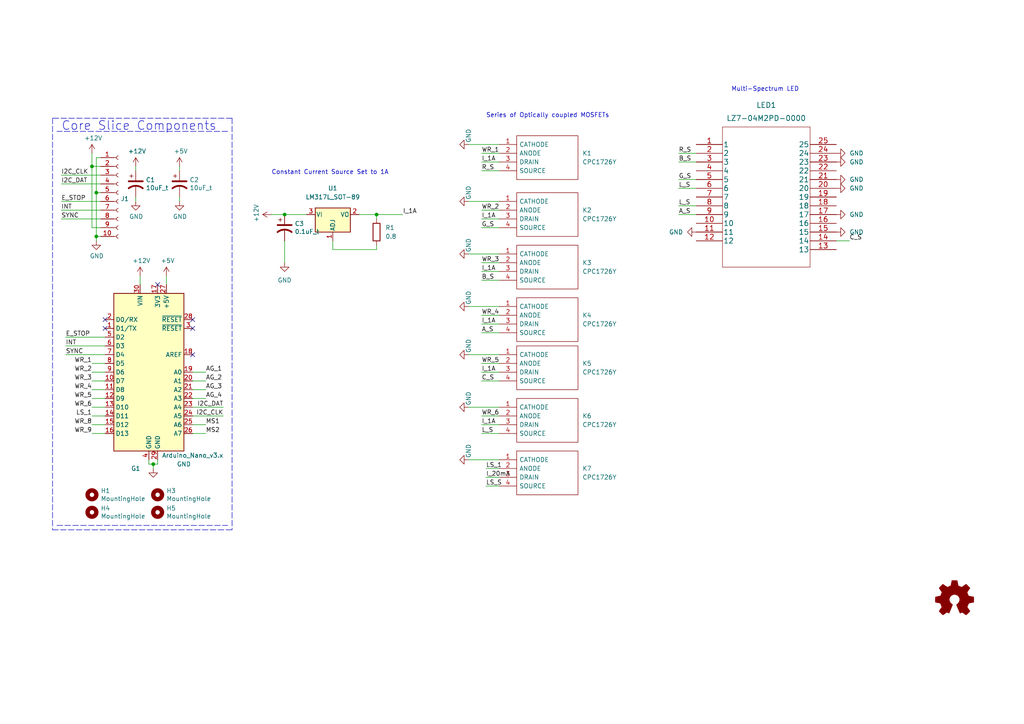
<source format=kicad_sch>
(kicad_sch (version 20211123) (generator eeschema)
  (paper "A4")
  (lib_symbols
    (symbol "2022-02-20_03-57-01:LZ7-04M2PD-0000" (pin_names (offset 0.254))
      (property "Reference" "LED" (at 20.32 10.16 0))
      (property "Value" "LZ7-04M2PD-0000" (at 20.32 7.62 0))
      (symbol "LZ7-04M2PD-0000_1_1"
        (polyline (pts (xy 7.62 -35.56) (xy 33.02 -35.56)) (stroke (width 0.127)))
        (polyline (pts (xy 7.62 5.08) (xy 7.62 -35.56)) (stroke (width 0.127)))
        (polyline (pts (xy 33.02 -35.56) (xy 33.02 5.08)) (stroke (width 0.127)))
        (polyline (pts (xy 33.02 5.08) (xy 7.62 5.08)) (stroke (width 0.127)))
        (pin unspecified line (at 0 0 0) (length 7.62) (name "1") (number "1"))
        (pin unspecified line (at 0 -22.86 0) (length 7.62) (name "10") (number "10"))
        (pin unspecified line (at 0 -25.4 0) (length 7.62) (name "11") (number "11"))
        (pin unspecified line (at 0 -27.94 0) (length 7.62) (name "12") (number "12"))
        (pin unspecified line (at 40.64 -30.48 180) (length 7.62) (name "13") (number "13"))
        (pin unspecified line (at 40.64 -27.94 180) (length 7.62) (name "14") (number "14"))
        (pin unspecified line (at 40.64 -25.4 180) (length 7.62) (name "15") (number "15"))
        (pin unspecified line (at 40.64 -22.86 180) (length 7.62) (name "16") (number "16"))
        (pin unspecified line (at 40.64 -20.32 180) (length 7.62) (name "17") (number "17"))
        (pin unspecified line (at 40.64 -17.78 180) (length 7.62) (name "18") (number "18"))
        (pin unspecified line (at 40.64 -15.24 180) (length 7.62) (name "19") (number "19"))
        (pin unspecified line (at 0 -2.54 0) (length 7.62) (name "2") (number "2"))
        (pin unspecified line (at 40.64 -12.7 180) (length 7.62) (name "20") (number "20"))
        (pin unspecified line (at 40.64 -10.16 180) (length 7.62) (name "21") (number "21"))
        (pin unspecified line (at 40.64 -7.62 180) (length 7.62) (name "22") (number "22"))
        (pin unspecified line (at 40.64 -5.08 180) (length 7.62) (name "23") (number "23"))
        (pin unspecified line (at 40.64 -2.54 180) (length 7.62) (name "24") (number "24"))
        (pin unspecified line (at 40.64 0 180) (length 7.62) (name "25") (number "25"))
        (pin unspecified line (at 0 -5.08 0) (length 7.62) (name "3") (number "3"))
        (pin unspecified line (at 0 -7.62 0) (length 7.62) (name "4") (number "4"))
        (pin unspecified line (at 0 -10.16 0) (length 7.62) (name "5") (number "5"))
        (pin unspecified line (at 0 -12.7 0) (length 7.62) (name "6") (number "6"))
        (pin unspecified line (at 0 -15.24 0) (length 7.62) (name "7") (number "7"))
        (pin unspecified line (at 0 -17.78 0) (length 7.62) (name "8") (number "8"))
        (pin unspecified line (at 0 -20.32 0) (length 7.62) (name "9") (number "9"))
      )
    )
    (symbol "BREAD_Slice-rescue:10uF_t-OCI_UPL_2_Capacitors" (pin_numbers hide) (pin_names (offset 0.254) hide)
      (property "Reference" "C" (at 0.635 2.54 0))
      (property "Value" "BREAD_Slice-rescue_10uF_t-OCI_UPL_2_Capacitors" (at 0.635 -2.54 0))
      (symbol "10uF_t-OCI_UPL_2_Capacitors_0_1"
        (polyline (pts (xy -2.032 0.762) (xy 2.032 0.762)) (stroke (width 0.508)))
        (polyline (pts (xy -1.778 2.286) (xy -0.762 2.286)))
        (polyline (pts (xy -1.27 1.778) (xy -1.27 2.794)))
        (arc (start 2.032 -1.27) (mid 0 -0.5572) (end -2.032 -1.27) (stroke (width 0.508)))
      )
      (symbol "10uF_t-OCI_UPL_2_Capacitors_1_1"
        (pin passive line (at 0 3.81 270) (length 2.794) (name "~") (number "1"))
        (pin passive line (at 0 -3.81 90) (length 3.302) (name "~") (number "2"))
      )
    )
    (symbol "CPC1726Y:CPC1726Y" (pin_names (offset 0.762))
      (property "Reference" "K" (at 24.13 7.62 0))
      (property "Value" "CPC1726Y" (at 24.13 5.08 0))
      (symbol "CPC1726Y_0_0"
        (pin passive line (at 0 0 0) (length 5.08) (name "CATHODE") (number "1"))
        (pin passive line (at 0 -2.54 0) (length 5.08) (name "ANODE") (number "2"))
        (pin passive line (at 0 -5.08 0) (length 5.08) (name "DRAIN") (number "3"))
        (pin passive line (at 0 -7.62 0) (length 5.08) (name "SOURCE") (number "4"))
      )
      (symbol "CPC1726Y_0_1"
        (polyline (pts (xy 5.08 2.54) (xy 22.86 2.54) (xy 22.86 -10.16) (xy 5.08 -10.16) (xy 5.08 2.54)) (stroke (width 0.1524)))
      )
    )
    (symbol "Connector:Conn_01x10_Female" (pin_names (offset 1.016) hide)
      (property "Reference" "J" (at 0 12.7 0))
      (property "Value" "Conn_01x10_Female" (at 0 -15.24 0))
      (symbol "Conn_01x10_Female_1_1"
        (arc (start 0 -12.192) (mid -0.508 -12.7) (end 0 -13.208) (stroke (width 0.1524)))
        (arc (start 0 -9.652) (mid -0.508 -10.16) (end 0 -10.668) (stroke (width 0.1524)))
        (arc (start 0 -7.112) (mid -0.508 -7.62) (end 0 -8.128) (stroke (width 0.1524)))
        (arc (start 0 -4.572) (mid -0.508 -5.08) (end 0 -5.588) (stroke (width 0.1524)))
        (arc (start 0 -2.032) (mid -0.508 -2.54) (end 0 -3.048) (stroke (width 0.1524)))
        (polyline (pts (xy -1.27 -12.7) (xy -0.508 -12.7)) (stroke (width 0.1524)))
        (polyline (pts (xy -1.27 -10.16) (xy -0.508 -10.16)) (stroke (width 0.1524)))
        (polyline (pts (xy -1.27 -7.62) (xy -0.508 -7.62)) (stroke (width 0.1524)))
        (polyline (pts (xy -1.27 -5.08) (xy -0.508 -5.08)) (stroke (width 0.1524)))
        (polyline (pts (xy -1.27 -2.54) (xy -0.508 -2.54)) (stroke (width 0.1524)))
        (polyline (pts (xy -1.27 0) (xy -0.508 0)) (stroke (width 0.1524)))
        (polyline (pts (xy -1.27 2.54) (xy -0.508 2.54)) (stroke (width 0.1524)))
        (polyline (pts (xy -1.27 5.08) (xy -0.508 5.08)) (stroke (width 0.1524)))
        (polyline (pts (xy -1.27 7.62) (xy -0.508 7.62)) (stroke (width 0.1524)))
        (polyline (pts (xy -1.27 10.16) (xy -0.508 10.16)) (stroke (width 0.1524)))
        (arc (start 0 0.508) (mid -0.508 0) (end 0 -0.508) (stroke (width 0.1524)))
        (arc (start 0 3.048) (mid -0.508 2.54) (end 0 2.032) (stroke (width 0.1524)))
        (arc (start 0 5.588) (mid -0.508 5.08) (end 0 4.572) (stroke (width 0.1524)))
        (arc (start 0 8.128) (mid -0.508 7.62) (end 0 7.112) (stroke (width 0.1524)))
        (arc (start 0 10.668) (mid -0.508 10.16) (end 0 9.652) (stroke (width 0.1524)))
        (pin passive line (at -5.08 10.16 0) (length 3.81) (name "Pin_1") (number "1"))
        (pin passive line (at -5.08 -12.7 0) (length 3.81) (name "Pin_10") (number "10"))
        (pin passive line (at -5.08 7.62 0) (length 3.81) (name "Pin_2") (number "2"))
        (pin passive line (at -5.08 5.08 0) (length 3.81) (name "Pin_3") (number "3"))
        (pin passive line (at -5.08 2.54 0) (length 3.81) (name "Pin_4") (number "4"))
        (pin passive line (at -5.08 0 0) (length 3.81) (name "Pin_5") (number "5"))
        (pin passive line (at -5.08 -2.54 0) (length 3.81) (name "Pin_6") (number "6"))
        (pin passive line (at -5.08 -5.08 0) (length 3.81) (name "Pin_7") (number "7"))
        (pin passive line (at -5.08 -7.62 0) (length 3.81) (name "Pin_8") (number "8"))
        (pin passive line (at -5.08 -10.16 0) (length 3.81) (name "Pin_9") (number "9"))
      )
    )
    (symbol "Device:R" (pin_numbers hide) (pin_names (offset 0))
      (property "Reference" "R" (at 2.032 0 90))
      (property "Value" "R" (at 0 0 90))
      (symbol "R_0_1"
        (rectangle (start -1.016 -2.54) (end 1.016 2.54) (stroke (width 0.254)))
      )
      (symbol "R_1_1"
        (pin passive line (at 0 3.81 270) (length 1.27) (name "~") (number "1"))
        (pin passive line (at 0 -3.81 90) (length 1.27) (name "~") (number "2"))
      )
    )
    (symbol "Graphic:Logo_Open_Hardware_Small" (pin_names (offset 1.016))
      (symbol "Logo_Open_Hardware_Small_0_1"
        (polyline (pts (xy 3.3528 -4.3434) (xy 3.302 -4.318) (xy 3.175 -4.2418) (xy 2.9972 -4.1148) (xy 2.7686 -3.9624) (xy 2.54 -3.81) (xy 2.3622 -3.7084) (xy 2.2352 -3.6068) (xy 2.1844 -3.5814) (xy 2.159 -3.6068) (xy 2.0574 -3.6576) (xy 1.905 -3.7338) (xy 1.8034 -3.7846) (xy 1.6764 -3.8354) (xy 1.6002 -3.8354) (xy 1.6002 -3.8354) (xy 1.5494 -3.7338) (xy 1.4732 -3.5306) (xy 1.3462 -3.302) (xy 1.2446 -3.0226) (xy 1.1176 -2.7178) (xy 0.9652 -2.413) (xy 0.8636 -2.1082) (xy 0.7366 -1.8288) (xy 0.6604 -1.6256) (xy 0.6096 -1.4732) (xy 0.5842 -1.397) (xy 0.5842 -1.397) (xy 0.6604 -1.3208) (xy 0.7874 -1.2446) (xy 1.0414 -1.016) (xy 1.2954 -0.6858) (xy 1.4478 -0.3302) (xy 1.524 0.0762) (xy 1.4732 0.4572) (xy 1.3208 0.8128) (xy 1.0668 1.143) (xy 0.762 1.3716) (xy 0.4064 1.524) (xy 0 1.5748) (xy -0.381 1.5494) (xy -0.7366 1.397) (xy -1.0668 1.143) (xy -1.2192 0.9906) (xy -1.397 0.6604) (xy -1.524 0.3048) (xy -1.524 0.2286) (xy -1.4986 -0.1778) (xy -1.397 -0.5334) (xy -1.1938 -0.8636) (xy -0.9144 -1.143) (xy -0.8636 -1.1684) (xy -0.7366 -1.27) (xy -0.635 -1.3462) (xy -0.5842 -1.397) (xy -1.0668 -2.5908) (xy -1.143 -2.794) (xy -1.2954 -3.1242) (xy -1.397 -3.4036) (xy -1.4986 -3.6322) (xy -1.5748 -3.7846) (xy -1.6002 -3.8354) (xy -1.6002 -3.8354) (xy -1.651 -3.8354) (xy -1.7272 -3.81) (xy -1.905 -3.7338) (xy -2.0066 -3.683) (xy -2.1336 -3.6068) (xy -2.2098 -3.5814) (xy -2.2606 -3.6068) (xy -2.3622 -3.683) (xy -2.54 -3.81) (xy -2.7686 -3.9624) (xy -2.9718 -4.0894) (xy -3.1496 -4.2164) (xy -3.302 -4.318) (xy -3.3528 -4.3434) (xy -3.3782 -4.3434) (xy -3.429 -4.318) (xy -3.5306 -4.2164) (xy -3.7084 -4.064) (xy -3.937 -3.8354) (xy -3.9624 -3.81) (xy -4.1656 -3.6068) (xy -4.318 -3.4544) (xy -4.4196 -3.3274) (xy -4.445 -3.2766) (xy -4.445 -3.2766) (xy -4.4196 -3.2258) (xy -4.318 -3.0734) (xy -4.2164 -2.8956) (xy -4.064 -2.667) (xy -3.6576 -2.0828) (xy -3.8862 -1.5494) (xy -3.937 -1.3716) (xy -4.0386 -1.1684) (xy -4.0894 -1.0414) (xy -4.1148 -0.9652) (xy -4.191 -0.9398) (xy -4.318 -0.9144) (xy -4.5466 -0.8636) (xy -4.8006 -0.8128) (xy -5.0546 -0.7874) (xy -5.2578 -0.7366) (xy -5.4356 -0.7112) (xy -5.5118 -0.6858) (xy -5.5118 -0.6858) (xy -5.5372 -0.635) (xy -5.5372 -0.5588) (xy -5.5372 -0.4318) (xy -5.5626 -0.2286) (xy -5.5626 0.0762) (xy -5.5626 0.127) (xy -5.5372 0.4064) (xy -5.5372 0.635) (xy -5.5372 0.762) (xy -5.5372 0.8382) (xy -5.5372 0.8382) (xy -5.461 0.8382) (xy -5.3086 0.889) (xy -5.08 0.9144) (xy -4.826 0.9652) (xy -4.8006 0.9906) (xy -4.5466 1.0414) (xy -4.318 1.0668) (xy -4.1656 1.1176) (xy -4.0894 1.143) (xy -4.0894 1.143) (xy -4.0386 1.2446) (xy -3.9624 1.4224) (xy -3.8608 1.6256) (xy -3.7846 1.8288) (xy -3.7084 2.0066) (xy -3.6576 2.159) (xy -3.6322 2.2098) (xy -3.6322 2.2098) (xy -3.683 2.286) (xy -3.7592 2.413) (xy -3.8862 2.5908) (xy -4.064 2.8194) (xy -4.064 2.8448) (xy -4.2164 3.0734) (xy -4.3434 3.2512) (xy -4.4196 3.3782) (xy -4.445 3.4544) (xy -4.445 3.4544) (xy -4.3942 3.5052) (xy -4.2926 3.6322) (xy -4.1148 3.81) (xy -3.937 4.0132) (xy -3.8608 4.064) (xy -3.6576 4.2926) (xy -3.5052 4.4196) (xy -3.4036 4.4958) (xy -3.3528 4.5212) (xy -3.3528 4.5212) (xy -3.302 4.4704) (xy -3.1496 4.3688) (xy -2.9718 4.2418) (xy -2.7432 4.0894) (xy -2.7178 4.0894) (xy -2.4892 3.937) (xy -2.3114 3.81) (xy -2.1844 3.7084) (xy -2.1336 3.683) (xy -2.1082 3.683) (xy -2.032 3.7084) (xy -1.8542 3.7592) (xy -1.6764 3.8354) (xy -1.4732 3.937) (xy -1.27 4.0132) (xy -1.143 4.064) (xy -1.0668 4.1148) (xy -1.0668 4.1148) (xy -1.0414 4.191) (xy -1.016 4.3434) (xy -0.9652 4.572) (xy -0.9144 4.8514) (xy -0.889 4.9022) (xy -0.8382 5.1562) (xy -0.8128 5.3848) (xy -0.7874 5.5372) (xy -0.762 5.588) (xy -0.7112 5.6134) (xy -0.5842 5.6134) (xy -0.4064 5.6134) (xy -0.1524 5.6134) (xy 0.0762 5.6134) (xy 0.3302 5.6134) (xy 0.5334 5.6134) (xy 0.6858 5.588) (xy 0.7366 5.588) (xy 0.7366 5.588) (xy 0.762 5.5118) (xy 0.8128 5.334) (xy 0.8382 5.1054) (xy 0.9144 4.826) (xy 0.9144 4.7752) (xy 0.9652 4.5212) (xy 1.016 4.2926) (xy 1.0414 4.1402) (xy 1.0668 4.0894) (xy 1.0668 4.0894) (xy 1.1938 4.0386) (xy 1.3716 3.9624) (xy 1.5748 3.8608) (xy 2.0828 3.6576) (xy 2.7178 4.0894) (xy 2.7686 4.1402) (xy 2.9972 4.2926) (xy 3.175 4.4196) (xy 3.302 4.4958) (xy 3.3782 4.5212) (xy 3.3782 4.5212) (xy 3.429 4.4704) (xy 3.556 4.3434) (xy 3.7338 4.191) (xy 3.9116 3.9878) (xy 4.064 3.8354) (xy 4.2418 3.6576) (xy 4.3434 3.556) (xy 4.4196 3.4798) (xy 4.4196 3.429) (xy 4.4196 3.4036) (xy 4.3942 3.3274) (xy 4.2926 3.2004) (xy 4.1656 2.9972) (xy 4.0132 2.794) (xy 3.8862 2.5908) (xy 3.7592 2.3876) (xy 3.6576 2.2352) (xy 3.6322 2.159) (xy 3.6322 2.1336) (xy 3.683 2.0066) (xy 3.7592 1.8288) (xy 3.8608 1.6002) (xy 4.064 1.1176) (xy 4.3942 1.0414) (xy 4.5974 1.016) (xy 4.8768 0.9652) (xy 5.1308 0.9144) (xy 5.5372 0.8382) (xy 5.5626 -0.6604) (xy 5.4864 -0.6858) (xy 5.4356 -0.6858) (xy 5.2832 -0.7366) (xy 5.0546 -0.762) (xy 4.8006 -0.8128) (xy 4.5974 -0.8636) (xy 4.3688 -0.9144) (xy 4.2164 -0.9398) (xy 4.1402 -0.9398) (xy 4.1148 -0.9652) (xy 4.064 -1.0668) (xy 3.9878 -1.2446) (xy 3.9116 -1.4478) (xy 3.81 -1.651) (xy 3.7338 -1.8542) (xy 3.683 -2.0066) (xy 3.6576 -2.0828) (xy 3.683 -2.1336) (xy 3.7846 -2.2606) (xy 3.8862 -2.4638) (xy 4.0386 -2.667) (xy 4.191 -2.8956) (xy 4.318 -3.0734) (xy 4.3942 -3.2004) (xy 4.445 -3.2766) (xy 4.4196 -3.3274) (xy 4.3434 -3.429) (xy 4.1656 -3.5814) (xy 3.937 -3.8354) (xy 3.8862 -3.8608) (xy 3.683 -4.064) (xy 3.5306 -4.2164) (xy 3.4036 -4.318) (xy 3.3528 -4.3434)) (fill (type outline)))
      )
    )
    (symbol "MCU_Module:Arduino_Nano_v3.x"
      (property "Reference" "A" (at -10.16 23.495 0))
      (property "Value" "Arduino_Nano_v3.x" (at 5.08 -24.13 0))
      (symbol "Arduino_Nano_v3.x_0_1"
        (rectangle (start -10.16 22.86) (end 10.16 -22.86) (stroke (width 0.254)) (fill (type background)))
      )
      (symbol "Arduino_Nano_v3.x_1_1"
        (pin bidirectional line (at -12.7 12.7 0) (length 2.54) (name "D1/TX") (number "1"))
        (pin bidirectional line (at -12.7 -2.54 0) (length 2.54) (name "D7") (number "10"))
        (pin bidirectional line (at -12.7 -5.08 0) (length 2.54) (name "D8") (number "11"))
        (pin bidirectional line (at -12.7 -7.62 0) (length 2.54) (name "D9") (number "12"))
        (pin bidirectional line (at -12.7 -10.16 0) (length 2.54) (name "D10") (number "13"))
        (pin bidirectional line (at -12.7 -12.7 0) (length 2.54) (name "D11") (number "14"))
        (pin bidirectional line (at -12.7 -15.24 0) (length 2.54) (name "D12") (number "15"))
        (pin bidirectional line (at -12.7 -17.78 0) (length 2.54) (name "D13") (number "16"))
        (pin power_out line (at 2.54 25.4 270) (length 2.54) (name "3V3") (number "17"))
        (pin input line (at 12.7 5.08 180) (length 2.54) (name "AREF") (number "18"))
        (pin bidirectional line (at 12.7 0 180) (length 2.54) (name "A0") (number "19"))
        (pin bidirectional line (at -12.7 15.24 0) (length 2.54) (name "D0/RX") (number "2"))
        (pin bidirectional line (at 12.7 -2.54 180) (length 2.54) (name "A1") (number "20"))
        (pin bidirectional line (at 12.7 -5.08 180) (length 2.54) (name "A2") (number "21"))
        (pin bidirectional line (at 12.7 -7.62 180) (length 2.54) (name "A3") (number "22"))
        (pin bidirectional line (at 12.7 -10.16 180) (length 2.54) (name "A4") (number "23"))
        (pin bidirectional line (at 12.7 -12.7 180) (length 2.54) (name "A5") (number "24"))
        (pin bidirectional line (at 12.7 -15.24 180) (length 2.54) (name "A6") (number "25"))
        (pin bidirectional line (at 12.7 -17.78 180) (length 2.54) (name "A7") (number "26"))
        (pin power_out line (at 5.08 25.4 270) (length 2.54) (name "+5V") (number "27"))
        (pin input line (at 12.7 15.24 180) (length 2.54) (name "~{RESET}") (number "28"))
        (pin power_in line (at 2.54 -25.4 90) (length 2.54) (name "GND") (number "29"))
        (pin input line (at 12.7 12.7 180) (length 2.54) (name "~{RESET}") (number "3"))
        (pin power_in line (at -2.54 25.4 270) (length 2.54) (name "VIN") (number "30"))
        (pin power_in line (at 0 -25.4 90) (length 2.54) (name "GND") (number "4"))
        (pin bidirectional line (at -12.7 10.16 0) (length 2.54) (name "D2") (number "5"))
        (pin bidirectional line (at -12.7 7.62 0) (length 2.54) (name "D3") (number "6"))
        (pin bidirectional line (at -12.7 5.08 0) (length 2.54) (name "D4") (number "7"))
        (pin bidirectional line (at -12.7 2.54 0) (length 2.54) (name "D5") (number "8"))
        (pin bidirectional line (at -12.7 0 0) (length 2.54) (name "D6") (number "9"))
      )
    )
    (symbol "Mechanical:MountingHole" (pin_names (offset 1.016))
      (property "Reference" "H" (at 0 5.08 0))
      (property "Value" "MountingHole" (at 0 3.175 0))
      (symbol "MountingHole_0_1"
        (circle (center 0 0) (radius 1.27) (stroke (width 1.27)))
      )
    )
    (symbol "Regulator_Linear:LM317L_SOT-89" (pin_names (offset 0.254))
      (property "Reference" "U" (at -3.81 3.175 0))
      (property "Value" "LM317L_SOT-89" (at 0 3.175 0))
      (symbol "LM317L_SOT-89_0_1"
        (rectangle (start -5.08 1.905) (end 5.08 -5.08) (stroke (width 0.254)) (fill (type background)))
      )
      (symbol "LM317L_SOT-89_1_1"
        (pin input line (at 0 -7.62 90) (length 2.54) (name "ADJ") (number "1"))
        (pin power_out line (at 7.62 0 180) (length 2.54) (name "VO") (number "2"))
        (pin power_in line (at -7.62 0 0) (length 2.54) (name "VI") (number "3"))
      )
    )
    (symbol "power:+12V" (power) (pin_names (offset 0))
      (property "Value" "+12V" (at 0 3.556 0))
      (symbol "+12V_0_1"
        (polyline (pts (xy -0.762 1.27) (xy 0 2.54)))
        (polyline (pts (xy 0 0) (xy 0 2.54)))
        (polyline (pts (xy 0 2.54) (xy 0.762 1.27)))
      )
      (symbol "+12V_1_1"
        (pin power_in line (at 0 0 90) (length 0) hide (name "+12V") (number "1"))
      )
    )
    (symbol "power:+5V" (power) (pin_names (offset 0))
      (property "Value" "+5V" (at 0 3.556 0))
      (symbol "+5V_0_1"
        (polyline (pts (xy -0.762 1.27) (xy 0 2.54)))
        (polyline (pts (xy 0 0) (xy 0 2.54)))
        (polyline (pts (xy 0 2.54) (xy 0.762 1.27)))
      )
      (symbol "+5V_1_1"
        (pin power_in line (at 0 0 90) (length 0) hide (name "+5V") (number "1"))
      )
    )
    (symbol "power:GND" (power) (pin_names (offset 0))
      (property "Value" "GND" (at 0 -3.81 0))
      (symbol "GND_0_1"
        (polyline (pts (xy 0 0) (xy 0 -1.27) (xy 1.27 -1.27) (xy 0 -2.54) (xy -1.27 -1.27) (xy 0 -1.27)))
      )
      (symbol "GND_1_1"
        (pin power_in line (at 0 0 270) (length 0) hide (name "GND") (number "1"))
      )
    )
  )
  (junction (at 44.45 134.62))
  (junction (at 82.55 62.23))
  (junction (at 26.67 48.26))
  (junction (at 27.94 68.58))
  (junction (at 109.22 62.23))
  (junction (at 27.94 55.88))
  (no_connect (at 30.48 92.71))
  (no_connect (at 55.88 92.71))
  (no_connect (at 30.48 95.25))
  (no_connect (at 55.88 95.25))
  (no_connect (at 45.72 82.55))
  (no_connect (at 55.88 102.87))
  (wire (pts (xy 144.78 120.65) (xy 139.7 120.65)))
  (wire (pts (xy 29.21 55.88) (xy 27.94 55.88)))
  (wire (pts (xy 104.14 62.23) (xy 109.22 62.23)))
  (wire (pts (xy 48.26 80.01) (xy 48.26 82.55)))
  (wire (pts (xy 139.7 63.5) (xy 144.78 63.5)))
  (wire (pts (xy 139.7 66.04) (xy 144.78 66.04)))
  (wire (pts (xy 144.78 76.2) (xy 139.7 76.2)))
  (wire (pts (xy 139.7 46.99) (xy 144.78 46.99)))
  (wire (pts (xy 140.97 138.43) (xy 144.78 138.43)))
  (wire (pts (xy 55.88 120.65) (xy 64.77 120.65)))
  (wire (pts (xy 27.94 45.72) (xy 29.21 45.72)))
  (wire (pts (xy 30.48 110.49) (xy 26.67 110.49)))
  (wire (pts (xy 27.94 69.85) (xy 27.94 68.58)))
  (wire (pts (xy 52.07 49.53) (xy 52.07 48.26)))
  (wire (pts (xy 96.52 69.85) (xy 96.52 72.39)))
  (wire (pts (xy 17.78 60.96) (xy 29.21 60.96)))
  (wire (pts (xy 44.45 134.62) (xy 44.45 135.89)))
  (wire (pts (xy 27.94 55.88) (xy 27.94 45.72)))
  (wire (pts (xy 135.89 88.9) (xy 144.78 88.9)))
  (wire (pts (xy 196.85 46.99) (xy 201.93 46.99)))
  (wire (pts (xy 27.94 68.58) (xy 27.94 55.88)))
  (wire (pts (xy 43.18 134.62) (xy 44.45 134.62)))
  (wire (pts (xy 135.89 102.87) (xy 144.78 102.87)))
  (wire (pts (xy 30.48 107.95) (xy 26.67 107.95)))
  (wire (pts (xy 109.22 63.5) (xy 109.22 62.23)))
  (wire (pts (xy 55.88 125.73) (xy 59.69 125.73)))
  (wire (pts (xy 17.78 63.5) (xy 29.21 63.5)))
  (wire (pts (xy 140.97 140.97) (xy 144.78 140.97)))
  (wire (pts (xy 139.7 81.28) (xy 144.78 81.28)))
  (wire (pts (xy 78.74 62.23) (xy 82.55 62.23)))
  (wire (pts (xy 196.85 44.45) (xy 201.93 44.45)))
  (wire (pts (xy 139.7 125.73) (xy 144.78 125.73)))
  (wire (pts (xy 52.07 58.42) (xy 52.07 57.15)))
  (wire (pts (xy 109.22 62.23) (xy 116.84 62.23)))
  (polyline (pts (xy 67.31 34.29) (xy 15.24 34.29)))
  (wire (pts (xy 196.85 54.61) (xy 201.93 54.61)))
  (wire (pts (xy 19.05 100.33) (xy 30.48 100.33)))
  (wire (pts (xy 135.89 73.66) (xy 144.78 73.66)))
  (wire (pts (xy 196.85 52.07) (xy 201.93 52.07)))
  (wire (pts (xy 29.21 58.42) (xy 17.78 58.42)))
  (wire (pts (xy 82.55 69.85) (xy 82.55 76.2)))
  (wire (pts (xy 109.22 72.39) (xy 96.52 72.39)))
  (wire (pts (xy 139.7 93.98) (xy 144.78 93.98)))
  (wire (pts (xy 30.48 123.19) (xy 26.67 123.19)))
  (wire (pts (xy 135.89 41.91) (xy 144.78 41.91)))
  (wire (pts (xy 45.72 134.62) (xy 45.72 133.35)))
  (wire (pts (xy 30.48 115.57) (xy 26.67 115.57)))
  (wire (pts (xy 30.48 113.03) (xy 26.67 113.03)))
  (wire (pts (xy 109.22 71.12) (xy 109.22 72.39)))
  (wire (pts (xy 196.85 59.69) (xy 201.93 59.69)))
  (wire (pts (xy 140.97 135.89) (xy 144.78 135.89)))
  (wire (pts (xy 139.7 110.49) (xy 144.78 110.49)))
  (wire (pts (xy 29.21 68.58) (xy 27.94 68.58)))
  (wire (pts (xy 144.78 44.45) (xy 139.7 44.45)))
  (wire (pts (xy 135.89 58.42) (xy 144.78 58.42)))
  (wire (pts (xy 242.57 69.85) (xy 246.38 69.85)))
  (wire (pts (xy 82.55 62.23) (xy 88.9 62.23)))
  (wire (pts (xy 26.67 44.45) (xy 26.67 48.26)))
  (wire (pts (xy 139.7 123.19) (xy 144.78 123.19)))
  (wire (pts (xy 139.7 107.95) (xy 144.78 107.95)))
  (wire (pts (xy 139.7 78.74) (xy 144.78 78.74)))
  (wire (pts (xy 55.88 110.49) (xy 59.69 110.49)))
  (wire (pts (xy 29.21 50.8) (xy 17.78 50.8)))
  (wire (pts (xy 196.85 62.23) (xy 201.93 62.23)))
  (wire (pts (xy 40.64 80.01) (xy 40.64 82.55)))
  (wire (pts (xy 139.7 49.53) (xy 144.78 49.53)))
  (wire (pts (xy 135.89 118.11) (xy 144.78 118.11)))
  (wire (pts (xy 19.05 102.87) (xy 30.48 102.87)))
  (polyline (pts (xy 66.04 38.1) (xy 16.51 38.1)))
  (polyline (pts (xy 15.24 34.29) (xy 15.24 153.67)))
  (wire (pts (xy 30.48 105.41) (xy 26.67 105.41)))
  (wire (pts (xy 17.78 53.34) (xy 29.21 53.34)))
  (polyline (pts (xy 16.51 152.4) (xy 66.04 152.4)))
  (wire (pts (xy 135.89 133.35) (xy 144.78 133.35)))
  (wire (pts (xy 39.37 49.53) (xy 39.37 48.26)))
  (wire (pts (xy 55.88 123.19) (xy 59.69 123.19)))
  (wire (pts (xy 30.48 125.73) (xy 26.67 125.73)))
  (wire (pts (xy 30.48 118.11) (xy 26.67 118.11)))
  (wire (pts (xy 30.48 120.65) (xy 26.67 120.65)))
  (wire (pts (xy 144.78 105.41) (xy 139.7 105.41)))
  (wire (pts (xy 30.48 97.79) (xy 19.05 97.79)))
  (wire (pts (xy 44.45 134.62) (xy 45.72 134.62)))
  (wire (pts (xy 64.77 118.11) (xy 55.88 118.11)))
  (wire (pts (xy 139.7 60.96) (xy 144.78 60.96)))
  (wire (pts (xy 144.78 91.44) (xy 139.7 91.44)))
  (wire (pts (xy 43.18 133.35) (xy 43.18 134.62)))
  (wire (pts (xy 55.88 115.57) (xy 59.69 115.57)))
  (wire (pts (xy 29.21 66.04) (xy 26.67 66.04)))
  (polyline (pts (xy 67.31 34.29) (xy 67.31 153.67)))
  (wire (pts (xy 26.67 48.26) (xy 29.21 48.26)))
  (wire (pts (xy 139.7 96.52) (xy 144.78 96.52)))
  (polyline (pts (xy 15.24 153.67) (xy 67.31 153.67)))
  (wire (pts (xy 55.88 113.03) (xy 59.69 113.03)))
  (wire (pts (xy 26.67 66.04) (xy 26.67 48.26)))
  (wire (pts (xy 55.88 107.95) (xy 59.69 107.95)))
  (wire (pts (xy 39.37 58.42) (xy 39.37 57.15)))
  (text "Series of Optically coupled MOSFETs" (at 140.97 34.29 0) (effects (font (size 1.27 1.27)) (justify left bottom)))
  (text "Multi-Spectrum LED" (at 212.09 26.67 0) (effects (font (size 1.27 1.27)) (justify left bottom)))
  (text "Core Slice Components" (at 17.78 38.1 0) (effects (font (size 2.54 2.54)) (justify left bottom)))
  (text "Constant Current Source Set to 1A\n" (at 78.74 50.8 0) (effects (font (size 1.27 1.27)) (justify left bottom)))
  (label "I2C_DAT" (at 17.78 53.34 0))
  (label "G_S" (at 139.7 66.04 0))
  (label "WR_5" (at 26.67 115.57 180))
  (label "INT" (at 17.78 60.96 0))
  (label "WR_6" (at 139.7 120.65 0))
  (label "C_S" (at 139.7 110.49 0))
  (label "R_S" (at 196.85 44.45 0))
  (label "WR_1" (at 139.7 44.45 0))
  (label "WR_5" (at 139.7 105.41 0))
  (label "E_STOP" (at 17.78 58.42 0))
  (label "L_S" (at 196.85 54.61 0))
  (label "G_S" (at 196.85 52.07 0))
  (label "A_S" (at 139.7 96.52 0))
  (label "I_1A" (at 139.7 107.95 0))
  (label "B_S" (at 139.7 81.28 0))
  (label "AG_2" (at 59.69 110.49 0))
  (label "I_1A" (at 116.84 62.23 0))
  (label "LS_1" (at 140.97 135.89 0))
  (label "I2C_DAT" (at 64.77 118.11 180))
  (label "WR_9" (at 26.67 125.73 180))
  (label "WR_4" (at 26.67 113.03 180))
  (label "WR_2" (at 26.67 107.95 180))
  (label "LS_S" (at 140.97 140.97 0))
  (label "I_1A" (at 139.7 123.19 0))
  (label "MS2" (at 59.69 125.73 0))
  (label "AG_3" (at 59.69 113.03 0))
  (label "C_S" (at 246.38 69.85 0))
  (label "E_STOP" (at 19.05 97.79 0))
  (label "INT" (at 19.05 100.33 0))
  (label "AG_4" (at 59.69 115.57 0))
  (label "I2C_CLK" (at 64.77 120.65 180))
  (label "WR_3" (at 139.7 76.2 0))
  (label "A_S" (at 196.85 62.23 0))
  (label "SYNC" (at 17.78 63.5 0))
  (label "I2C_CLK" (at 17.78 50.8 0))
  (label "SYNC" (at 19.05 102.87 0))
  (label "MS1" (at 59.69 123.19 0))
  (label "I_1A" (at 139.7 93.98 0))
  (label "WR_6" (at 26.67 118.11 180))
  (label "LS_1" (at 26.67 120.65 180))
  (label "L_S" (at 196.85 59.69 0))
  (label "WR_3" (at 26.67 110.49 180))
  (label "WR_4" (at 139.7 91.44 0))
  (label "B_S" (at 196.85 46.99 0))
  (label "L_S" (at 139.7 125.73 0))
  (label "AG_1" (at 59.69 107.95 0))
  (label "I_1A" (at 139.7 63.5 0))
  (label "I_20mA" (at 140.97 138.43 0))
  (label "WR_1" (at 26.67 105.41 180))
  (label "I_1A" (at 139.7 46.99 0))
  (label "WR_2" (at 139.7 60.96 0))
  (label "I_1A" (at 139.7 78.74 0))
  (label "WR_8" (at 26.67 123.19 180))
  (label "R_S" (at 139.7 49.53 0))
  (symbol (lib_id "CPC1726Y:CPC1726Y") (at 144.78 88.9 0) (unit 1)
    (property "Reference" "K4" (at 168.91 91.4399 0) (effects (justify left)))
    (property "Value" "CPC1726Y" (at 168.91 93.9799 0) (effects (justify left)))
    (property "Footprint" "CPC1226Y:CPC1726Y" (effects hide))
    (property "Datasheet" "https://www.mouser.com/datasheet/2/240/CPC1726-1546372.pdf" (effects hide))
    (property "Description" "Solid State Relays - PCB Mount 250V Single Pole DC Power Relay" (effects hide))
    (property "Height" "10.287" (effects hide))
    (property "Manufacturer_Name" "LITTELFUSE" (effects hide))
    (property "Manufacturer_Part_Number" "CPC1726Y" (effects hide))
    (property "Mouser Part Number" "849-CPC1726Y" (effects hide))
    (property "Mouser Price/Stock" "https://www.mouser.co.uk/ProductDetail/IXYS-Integrated-Circuits/CPC1726Y?qs=OpMkDkHXivNXAz9dUUmeNw%3D%3D" (effects hide))
  )
  (symbol (lib_id "power:GND") (at 135.89 88.9 270) (unit 1)
    (property "Reference" "#PWR0106" (effects hide))
    (property "Value" "GND" (at 135.89 86.36 0))
  )
  (symbol (lib_id "power:+5V") (at 48.26 80.01 0) (unit 1)
    (property "Reference" "#PWR0109" (effects hide))
    (property "Value" "+5V" (at 48.641 75.6158 0))
  )
  (symbol (lib_id "2022-02-20_03-57-01:LZ7-04M2PD-0000") (at 201.93 41.91 0) (unit 1)
    (property "Reference" "LED1" (at 222.25 30.48 0) (effects (font (size 1.524 1.524))))
    (property "Value" "LZ7-04M2PD-0000" (at 222.25 34.29 0) (effects (font (size 1.524 1.524))))
    (property "Footprint" "LZ7:LZ7-04M2PD-0000" (effects hide))
  )
  (symbol (lib_id "CPC1726Y:CPC1726Y") (at 144.78 41.91 0) (unit 1)
    (property "Reference" "K1" (at 168.91 44.4499 0) (effects (justify left)))
    (property "Value" "CPC1726Y" (at 168.91 46.9899 0) (effects (justify left)))
    (property "Footprint" "CPC1226Y:CPC1726Y" (effects hide))
    (property "Datasheet" "https://www.mouser.com/datasheet/2/240/CPC1726-1546372.pdf" (effects hide))
    (property "Description" "Solid State Relays - PCB Mount 250V Single Pole DC Power Relay" (effects hide))
    (property "Height" "10.287" (effects hide))
    (property "Manufacturer_Name" "LITTELFUSE" (effects hide))
    (property "Manufacturer_Part_Number" "CPC1726Y" (effects hide))
    (property "Mouser Part Number" "849-CPC1726Y" (effects hide))
    (property "Mouser Price/Stock" "https://www.mouser.co.uk/ProductDetail/IXYS-Integrated-Circuits/CPC1726Y?qs=OpMkDkHXivNXAz9dUUmeNw%3D%3D" (effects hide))
  )
  (symbol (lib_id "Mechanical:MountingHole") (at 45.72 148.59 0) (unit 1)
    (property "Reference" "H5" (at 48.26 147.4216 0) (effects (justify left)))
    (property "Value" "MountingHole" (at 48.26 149.733 0) (effects (justify left)))
    (property "Footprint" "MountingHole:MountingHole_3.2mm_M3_DIN965_Pad" (effects hide))
  )
  (symbol (lib_id "power:GND") (at 135.89 102.87 270) (unit 1)
    (property "Reference" "#PWR0107" (effects hide))
    (property "Value" "GND" (at 135.89 100.33 0))
  )
  (symbol (lib_id "Mechanical:MountingHole") (at 45.72 143.51 0) (unit 1)
    (property "Reference" "H3" (at 48.26 142.3416 0) (effects (justify left)))
    (property "Value" "MountingHole" (at 48.26 144.653 0) (effects (justify left)))
    (property "Footprint" "MountingHole:MountingHole_3.2mm_M3_DIN965_Pad" (effects hide))
  )
  (symbol (lib_id "power:GND") (at 242.57 54.61 90) (unit 1)
    (property "Reference" "#PWR0123" (effects hide))
    (property "Value" "GND" (at 246.38 54.6099 90) (effects (justify right)))
  )
  (symbol (lib_id "CPC1726Y:CPC1726Y") (at 144.78 58.42 0) (unit 1)
    (property "Reference" "K2" (at 168.91 60.9599 0) (effects (justify left)))
    (property "Value" "CPC1726Y" (at 168.91 63.4999 0) (effects (justify left)))
    (property "Footprint" "CPC1226Y:CPC1726Y" (effects hide))
    (property "Datasheet" "https://www.mouser.com/datasheet/2/240/CPC1726-1546372.pdf" (effects hide))
    (property "Description" "Solid State Relays - PCB Mount 250V Single Pole DC Power Relay" (effects hide))
    (property "Height" "10.287" (effects hide))
    (property "Manufacturer_Name" "LITTELFUSE" (effects hide))
    (property "Manufacturer_Part_Number" "CPC1726Y" (effects hide))
    (property "Mouser Part Number" "849-CPC1726Y" (effects hide))
    (property "Mouser Price/Stock" "https://www.mouser.co.uk/ProductDetail/IXYS-Integrated-Circuits/CPC1726Y?qs=OpMkDkHXivNXAz9dUUmeNw%3D%3D" (effects hide))
  )
  (symbol (lib_id "CPC1726Y:CPC1726Y") (at 144.78 102.87 0) (unit 1)
    (property "Reference" "K5" (at 168.91 105.4099 0) (effects (justify left)))
    (property "Value" "CPC1726Y" (at 168.91 107.9499 0) (effects (justify left)))
    (property "Footprint" "CPC1226Y:CPC1726Y" (effects hide))
    (property "Datasheet" "https://www.mouser.com/datasheet/2/240/CPC1726-1546372.pdf" (effects hide))
    (property "Description" "Solid State Relays - PCB Mount 250V Single Pole DC Power Relay" (effects hide))
    (property "Height" "10.287" (effects hide))
    (property "Manufacturer_Name" "LITTELFUSE" (effects hide))
    (property "Manufacturer_Part_Number" "CPC1726Y" (effects hide))
    (property "Mouser Part Number" "849-CPC1726Y" (effects hide))
    (property "Mouser Price/Stock" "https://www.mouser.co.uk/ProductDetail/IXYS-Integrated-Circuits/CPC1726Y?qs=OpMkDkHXivNXAz9dUUmeNw%3D%3D" (effects hide))
  )
  (symbol (lib_id "Regulator_Linear:LM317L_SOT-89") (at 96.52 62.23 0) (unit 1)
    (property "Reference" "U1" (at 96.52 54.61 0))
    (property "Value" "LM317L_SOT-89" (at 96.52 57.15 0))
    (property "Footprint" "Package_TO_SOT_SMD:SOT-89-3" (effects hide))
    (property "Datasheet" "http://www.ti.com/lit/ds/symlink/lm317l.pdf" (effects hide))
  )
  (symbol (lib_id "power:GND") (at 135.89 41.91 270) (unit 1)
    (property "Reference" "#PWR0117" (effects hide))
    (property "Value" "GND" (at 135.89 39.37 0))
  )
  (symbol (lib_id "CPC1726Y:CPC1726Y") (at 144.78 118.11 0) (unit 1)
    (property "Reference" "K6" (at 168.91 120.6499 0) (effects (justify left)))
    (property "Value" "CPC1726Y" (at 168.91 123.1899 0) (effects (justify left)))
    (property "Footprint" "CPC1226Y:CPC1726Y" (effects hide))
    (property "Datasheet" "https://www.mouser.com/datasheet/2/240/CPC1726-1546372.pdf" (effects hide))
    (property "Description" "Solid State Relays - PCB Mount 250V Single Pole DC Power Relay" (effects hide))
    (property "Height" "10.287" (effects hide))
    (property "Manufacturer_Name" "LITTELFUSE" (effects hide))
    (property "Manufacturer_Part_Number" "CPC1726Y" (effects hide))
    (property "Mouser Part Number" "849-CPC1726Y" (effects hide))
    (property "Mouser Price/Stock" "https://www.mouser.co.uk/ProductDetail/IXYS-Integrated-Circuits/CPC1726Y?qs=OpMkDkHXivNXAz9dUUmeNw%3D%3D" (effects hide))
  )
  (symbol (lib_id "power:GND") (at 135.89 133.35 270) (unit 1)
    (property "Reference" "#PWR0104" (effects hide))
    (property "Value" "GND" (at 135.89 130.81 0))
  )
  (symbol (lib_id "MCU_Module:Arduino_Nano_v3.x") (at 43.18 107.95 0) (unit 1)
    (property "Reference" "G1" (at 39.37 135.89 0))
    (property "Value" "Arduino_Nano_v3.x" (at 55.88 132.08 0))
    (property "Footprint" "Module:Arduino_Nano" (effects hide))
    (property "Datasheet" "http://www.mouser.com/pdfdocs/Gravitech_Arduino_Nano3_0.pdf" (effects hide))
  )
  (symbol (lib_id "power:GND") (at 242.57 46.99 90) (unit 1)
    (property "Reference" "#PWR0121" (effects hide))
    (property "Value" "GND" (at 246.38 46.9899 90) (effects (justify right)))
  )
  (symbol (lib_id "Mechanical:MountingHole") (at 26.67 143.51 0) (unit 1)
    (property "Reference" "H1" (at 29.21 142.3416 0) (effects (justify left)))
    (property "Value" "MountingHole" (at 29.21 144.653 0) (effects (justify left)))
    (property "Footprint" "MountingHole:MountingHole_3.2mm_M3_DIN965_Pad" (effects hide))
  )
  (symbol (lib_id "power:GND") (at 242.57 52.07 90) (unit 1)
    (property "Reference" "#PWR0122" (effects hide))
    (property "Value" "GND" (at 246.38 52.0699 90) (effects (justify right)))
  )
  (symbol (lib_id "power:GND") (at 135.89 58.42 270) (unit 1)
    (property "Reference" "#PWR0101" (effects hide))
    (property "Value" "GND" (at 135.89 55.88 0))
  )
  (symbol (lib_id "power:GND") (at 39.37 58.42 0) (unit 1)
    (property "Reference" "#PWR0113" (effects hide))
    (property "Value" "GND" (at 39.497 62.8142 0))
  )
  (symbol (lib_id "power:GND") (at 135.89 118.11 270) (unit 1)
    (property "Reference" "#PWR0105" (effects hide))
    (property "Value" "GND" (at 135.89 115.57 0))
  )
  (symbol (lib_id "power:GND") (at 82.55 76.2 0) (unit 1)
    (property "Reference" "#PWR0102" (effects hide))
    (property "Value" "GND" (at 82.55 81.28 0))
  )
  (symbol (lib_id "CPC1726Y:CPC1726Y") (at 144.78 73.66 0) (unit 1)
    (property "Reference" "K3" (at 168.91 76.1999 0) (effects (justify left)))
    (property "Value" "CPC1726Y" (at 168.91 78.7399 0) (effects (justify left)))
    (property "Footprint" "CPC1226Y:CPC1726Y" (effects hide))
    (property "Datasheet" "https://www.mouser.com/datasheet/2/240/CPC1726-1546372.pdf" (effects hide))
    (property "Description" "Solid State Relays - PCB Mount 250V Single Pole DC Power Relay" (effects hide))
    (property "Height" "10.287" (effects hide))
    (property "Manufacturer_Name" "LITTELFUSE" (effects hide))
    (property "Manufacturer_Part_Number" "CPC1726Y" (effects hide))
    (property "Mouser Part Number" "849-CPC1726Y" (effects hide))
    (property "Mouser Price/Stock" "https://www.mouser.co.uk/ProductDetail/IXYS-Integrated-Circuits/CPC1726Y?qs=OpMkDkHXivNXAz9dUUmeNw%3D%3D" (effects hide))
  )
  (symbol (lib_id "power:GND") (at 27.94 69.85 0) (unit 1)
    (property "Reference" "#PWR0111" (effects hide))
    (property "Value" "GND" (at 28.067 74.2442 0))
  )
  (symbol (lib_id "BREAD_Slice-rescue:10uF_t-OCI_UPL_2_Capacitors") (at 52.07 53.34 0) (unit 1)
    (property "Reference" "C2" (at 54.991 52.1716 0) (effects (justify left)))
    (property "Value" "10uF_t" (at 54.991 54.483 0) (effects (justify left)))
    (property "Footprint" "Capacitor_Tantalum_SMD:CP_EIA-3216-18_Kemet-A" (effects hide))
    (property "Datasheet" "https://www.digikey.com/short/qcd8n7" (effects hide))
    (property "Part #" "T491C106K025AT" (effects hide))
    (property "UPL #" "2.021" (effects hide))
  )
  (symbol (lib_id "power:GND") (at 242.57 62.23 90) (unit 1)
    (property "Reference" "#PWR0120" (effects hide))
    (property "Value" "GND" (at 246.38 62.2299 90) (effects (justify right)))
  )
  (symbol (lib_id "power:+12V") (at 40.64 80.01 0) (unit 1)
    (property "Reference" "#PWR0110" (effects hide))
    (property "Value" "+12V" (at 41.021 75.6158 0))
  )
  (symbol (lib_id "power:GND") (at 52.07 58.42 0) (unit 1)
    (property "Reference" "#PWR0112" (effects hide))
    (property "Value" "GND" (at 52.197 62.8142 0))
  )
  (symbol (lib_id "power:GND") (at 135.89 73.66 270) (unit 1)
    (property "Reference" "#PWR0108" (effects hide))
    (property "Value" "GND" (at 135.89 71.12 0))
  )
  (symbol (lib_id "BREAD_Slice-rescue:10uF_t-OCI_UPL_2_Capacitors") (at 39.37 53.34 0) (unit 1)
    (property "Reference" "C1" (at 42.291 52.1716 0) (effects (justify left)))
    (property "Value" "10uF_t" (at 42.291 54.483 0) (effects (justify left)))
    (property "Footprint" "Capacitor_Tantalum_SMD:CP_EIA-3216-18_Kemet-A" (effects hide))
    (property "Datasheet" "https://www.digikey.com/short/qcd8n7" (effects hide))
    (property "Part #" "T491C106K025AT" (effects hide))
    (property "UPL #" "2.021" (effects hide))
  )
  (symbol (lib_id "power:GND") (at 242.57 67.31 90) (unit 1)
    (property "Reference" "#PWR0125" (effects hide))
    (property "Value" "GND" (at 246.38 67.3099 90) (effects (justify right)))
  )
  (symbol (lib_id "Graphic:Logo_Open_Hardware_Small") (at 276.86 173.99 0) (unit 1)
    (property "Reference" "Logo1" (effects hide))
    (property "Value" "Logo_Open_Hardware_Small" (effects hide))
    (property "Footprint" "Symbol:OSHW-Symbol_6.7x6mm_SilkScreen" (effects hide))
  )
  (symbol (lib_id "CPC1726Y:CPC1726Y") (at 144.78 133.35 0) (unit 1)
    (property "Reference" "K7" (at 168.91 135.8899 0) (effects (justify left)))
    (property "Value" "CPC1726Y" (at 168.91 138.4299 0) (effects (justify left)))
    (property "Footprint" "CPC1226Y:CPC1726Y" (effects hide))
    (property "Datasheet" "https://www.mouser.com/datasheet/2/240/CPC1726-1546372.pdf" (effects hide))
    (property "Description" "Solid State Relays - PCB Mount 250V Single Pole DC Power Relay" (effects hide))
    (property "Height" "10.287" (effects hide))
    (property "Manufacturer_Name" "LITTELFUSE" (effects hide))
    (property "Manufacturer_Part_Number" "CPC1726Y" (effects hide))
    (property "Mouser Part Number" "849-CPC1726Y" (effects hide))
    (property "Mouser Price/Stock" "https://www.mouser.co.uk/ProductDetail/IXYS-Integrated-Circuits/CPC1726Y?qs=OpMkDkHXivNXAz9dUUmeNw%3D%3D" (effects hide))
  )
  (symbol (lib_id "Device:R") (at 109.22 67.31 0) (unit 1)
    (property "Reference" "R1" (at 111.76 66.0399 0) (effects (justify left)))
    (property "Value" "0.8" (at 111.76 68.5799 0) (effects (justify left)))
    (property "Footprint" "Resistor_SMD:R_1206_3216Metric" (effects hide))
  )
  (symbol (lib_id "power:GND") (at 242.57 44.45 90) (unit 1)
    (property "Reference" "#PWR0124" (effects hide))
    (property "Value" "GND" (at 246.38 44.4499 90) (effects (justify right)))
  )
  (symbol (lib_id "power:+12V") (at 26.67 44.45 0) (unit 1)
    (property "Reference" "#PWR0115" (effects hide))
    (property "Value" "+12V" (at 27.051 40.0558 0))
  )
  (symbol (lib_id "power:GND") (at 44.45 135.89 0) (unit 1)
    (property "Reference" "#PWR0118" (effects hide))
    (property "Value" "GND" (at 53.34 134.62 0))
  )
  (symbol (lib_id "power:+12V") (at 78.74 62.23 90) (unit 1)
    (property "Reference" "#PWR0103" (effects hide))
    (property "Value" "+12V" (at 74.3458 61.849 0))
  )
  (symbol (lib_id "power:GND") (at 201.93 67.31 270) (unit 1)
    (property "Reference" "#PWR0119" (effects hide))
    (property "Value" "GND" (at 198.12 67.3101 90) (effects (justify right)))
  )
  (symbol (lib_id "BREAD_Slice-rescue:10uF_t-OCI_UPL_2_Capacitors") (at 82.55 66.04 0) (unit 1)
    (property "Reference" "C3" (at 85.471 64.8716 0) (effects (justify left)))
    (property "Value" "0.1uF_t" (at 85.471 67.183 0) (effects (justify left)))
    (property "Footprint" "Capacitor_Tantalum_SMD:CP_EIA-3216-18_Kemet-A" (effects hide))
    (property "Datasheet" "https://www.digikey.com/short/qcd8n7" (effects hide))
    (property "Part #" "T491C106K025AT" (effects hide))
    (property "UPL #" "2.021" (effects hide))
  )
  (symbol (lib_id "power:+12V") (at 39.37 48.26 0) (unit 1)
    (property "Reference" "#PWR0114" (effects hide))
    (property "Value" "+12V" (at 39.751 43.8658 0))
  )
  (symbol (lib_id "Mechanical:MountingHole") (at 26.67 148.59 0) (unit 1)
    (property "Reference" "H4" (at 29.21 147.4216 0) (effects (justify left)))
    (property "Value" "MountingHole" (at 29.21 149.733 0) (effects (justify left)))
    (property "Footprint" "MountingHole:MountingHole_3.2mm_M3_DIN965_Pad" (effects hide))
  )
  (symbol (lib_id "Connector:Conn_01x10_Female") (at 34.29 55.88 0) (unit 1)
    (property "Reference" "J1" (at 35.0012 57.658 0) (effects (justify left)))
    (property "Value" "Conn_01x10_Female" (effects hide))
    (property "Footprint" "Connector_PinSocket_2.54mm:PinSocket_1x10_P2.54mm_Horizontal" (effects hide))
  )
  (symbol (lib_id "power:+5V") (at 52.07 48.26 0) (unit 1)
    (property "Reference" "#PWR0116" (effects hide))
    (property "Value" "+5V" (at 52.451 43.8658 0))
  )
)
</source>
